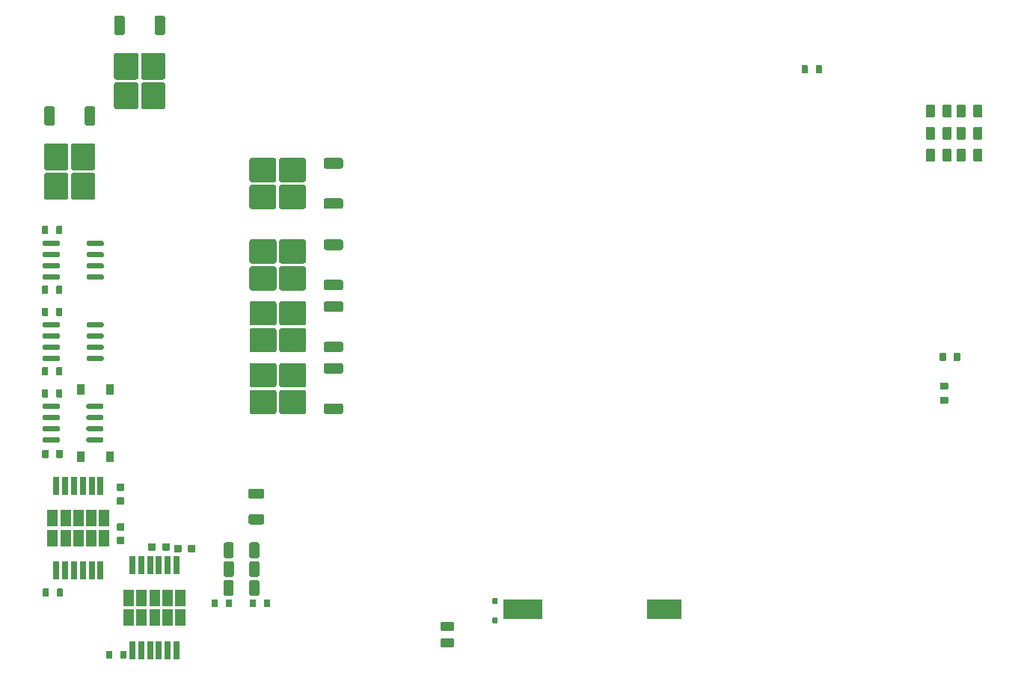
<source format=gbp>
G04 #@! TF.GenerationSoftware,KiCad,Pcbnew,8.0.8-8.0.8-0~ubuntu24.04.1*
G04 #@! TF.CreationDate,2025-02-12T07:14:44+00:00*
G04 #@! TF.ProjectId,MST01,4d535430-312e-46b6-9963-61645f706362,D*
G04 #@! TF.SameCoordinates,PX440a368PY8a86a58*
G04 #@! TF.FileFunction,Paste,Bot*
G04 #@! TF.FilePolarity,Positive*
%FSLAX46Y46*%
G04 Gerber Fmt 4.6, Leading zero omitted, Abs format (unit mm)*
G04 Created by KiCad (PCBNEW 8.0.8-8.0.8-0~ubuntu24.04.1) date 2025-02-12 07:14:44*
%MOMM*%
%LPD*%
G01*
G04 APERTURE LIST*
%ADD10R,4.399991X2.299995*%
%ADD11R,3.999992X2.299995*%
%ADD12R,1.160000X1.950000*%
%ADD13R,0.650000X2.000000*%
%ADD14O,0.000001X0.000001*%
G04 APERTURE END LIST*
G04 #@! TO.C,R40*
G36*
G01*
X103895022Y64270000D02*
X103895022Y63020000D01*
G75*
G02*
X103795022Y62920000I-100000J0D01*
G01*
X102995022Y62920000D01*
G75*
G02*
X102895022Y63020000I0J100000D01*
G01*
X102895022Y64270000D01*
G75*
G02*
X102995022Y64370000I100000J0D01*
G01*
X103795022Y64370000D01*
G75*
G02*
X103895022Y64270000I0J-100000D01*
G01*
G37*
G36*
G01*
X101995000Y64270000D02*
X101995000Y63020000D01*
G75*
G02*
X101895000Y62920000I-100000J0D01*
G01*
X101095000Y62920000D01*
G75*
G02*
X100995000Y63020000I0J100000D01*
G01*
X100995000Y64270000D01*
G75*
G02*
X101095000Y64370000I100000J0D01*
G01*
X101895000Y64370000D01*
G75*
G02*
X101995000Y64270000I0J-100000D01*
G01*
G37*
G04 #@! TD*
G04 #@! TO.C,R39*
G36*
G01*
X103895022Y61770000D02*
X103895022Y60520000D01*
G75*
G02*
X103795022Y60420000I-100000J0D01*
G01*
X102995022Y60420000D01*
G75*
G02*
X102895022Y60520000I0J100000D01*
G01*
X102895022Y61770000D01*
G75*
G02*
X102995022Y61870000I100000J0D01*
G01*
X103795022Y61870000D01*
G75*
G02*
X103895022Y61770000I0J-100000D01*
G01*
G37*
G36*
G01*
X101995000Y61770000D02*
X101995000Y60520000D01*
G75*
G02*
X101895000Y60420000I-100000J0D01*
G01*
X101095000Y60420000D01*
G75*
G02*
X100995000Y60520000I0J100000D01*
G01*
X100995000Y61770000D01*
G75*
G02*
X101095000Y61870000I100000J0D01*
G01*
X101895000Y61870000D01*
G75*
G02*
X101995000Y61770000I0J-100000D01*
G01*
G37*
G04 #@! TD*
G04 #@! TO.C,C26*
G36*
G01*
X15879999Y13745000D02*
X15879999Y14425000D01*
G75*
G02*
X15964999Y14510000I85000J0D01*
G01*
X16644999Y14510000D01*
G75*
G02*
X16729999Y14425000I0J-85000D01*
G01*
X16729999Y13745000D01*
G75*
G02*
X16644999Y13660000I-85000J0D01*
G01*
X15964999Y13660000D01*
G75*
G02*
X15879999Y13745000I0J85000D01*
G01*
G37*
G36*
G01*
X17460001Y13745000D02*
X17460001Y14425000D01*
G75*
G02*
X17545001Y14510000I85000J0D01*
G01*
X18225001Y14510000D01*
G75*
G02*
X18310001Y14425000I0J-85000D01*
G01*
X18310001Y13745000D01*
G75*
G02*
X18225001Y13660000I-85000J0D01*
G01*
X17545001Y13660000D01*
G75*
G02*
X17460001Y13745000I0J85000D01*
G01*
G37*
G04 #@! TD*
G04 #@! TO.C,D4*
G36*
G01*
X4860000Y24005000D02*
X4860000Y25025000D01*
G75*
G02*
X4950000Y25115000I90000J0D01*
G01*
X5670000Y25115000D01*
G75*
G02*
X5760000Y25025000I0J-90000D01*
G01*
X5760000Y24005000D01*
G75*
G02*
X5670000Y23915000I-90000J0D01*
G01*
X4950000Y23915000D01*
G75*
G02*
X4860000Y24005000I0J90000D01*
G01*
G37*
G36*
G01*
X8160000Y24005000D02*
X8160000Y25025000D01*
G75*
G02*
X8250000Y25115000I90000J0D01*
G01*
X8970000Y25115000D01*
G75*
G02*
X9060000Y25025000I0J-90000D01*
G01*
X9060000Y24005000D01*
G75*
G02*
X8970000Y23915000I-90000J0D01*
G01*
X8250000Y23915000D01*
G75*
G02*
X8160000Y24005000I0J90000D01*
G01*
G37*
G04 #@! TD*
D10*
G04 #@! TO.C,BT1*
X55355048Y7245000D03*
D11*
X71355067Y7245000D03*
G04 #@! TD*
G04 #@! TO.C,F3*
G36*
G01*
X25300010Y8745000D02*
X24610010Y8745000D01*
G75*
G02*
X24380010Y8975000I0J230000D01*
G01*
X24380010Y10315000D01*
G75*
G02*
X24610010Y10545000I230000J0D01*
G01*
X25300010Y10545000D01*
G75*
G02*
X25530010Y10315000I0J-230000D01*
G01*
X25530010Y8975000D01*
G75*
G02*
X25300010Y8745000I-230000J0D01*
G01*
G37*
G36*
G01*
X22399990Y8745000D02*
X21709990Y8745000D01*
G75*
G02*
X21479990Y8975000I0J230000D01*
G01*
X21479990Y10315000D01*
G75*
G02*
X21709990Y10545000I230000J0D01*
G01*
X22399990Y10545000D01*
G75*
G02*
X22629990Y10315000I0J-230000D01*
G01*
X22629990Y8975000D01*
G75*
G02*
X22399990Y8745000I-230000J0D01*
G01*
G37*
G04 #@! TD*
G04 #@! TO.C,Q8*
G36*
G01*
X1437500Y64205000D02*
X2137500Y64205000D01*
G75*
G02*
X2387500Y63955000I0J-250000D01*
G01*
X2387500Y62255000D01*
G75*
G02*
X2137500Y62005000I-250000J0D01*
G01*
X1437500Y62005000D01*
G75*
G02*
X1187500Y62255000I0J250000D01*
G01*
X1187500Y63955000D01*
G75*
G02*
X1437500Y64205000I250000J0D01*
G01*
G37*
G36*
G01*
X4467500Y60005000D02*
X6717500Y60005000D01*
G75*
G02*
X6967500Y59755000I0J-250000D01*
G01*
X6967500Y57205000D01*
G75*
G02*
X6717500Y56955000I-250000J0D01*
G01*
X4467500Y56955000D01*
G75*
G02*
X4217500Y57205000I0J250000D01*
G01*
X4217500Y59755000D01*
G75*
G02*
X4467500Y60005000I250000J0D01*
G01*
G37*
G36*
G01*
X1417500Y60005000D02*
X3667500Y60005000D01*
G75*
G02*
X3917500Y59755000I0J-250000D01*
G01*
X3917500Y57205000D01*
G75*
G02*
X3667500Y56955000I-250000J0D01*
G01*
X1417500Y56955000D01*
G75*
G02*
X1167500Y57205000I0J250000D01*
G01*
X1167500Y59755000D01*
G75*
G02*
X1417500Y60005000I250000J0D01*
G01*
G37*
G36*
G01*
X4467500Y56655000D02*
X6717500Y56655000D01*
G75*
G02*
X6967500Y56405000I0J-250000D01*
G01*
X6967500Y53855000D01*
G75*
G02*
X6717500Y53605000I-250000J0D01*
G01*
X4467500Y53605000D01*
G75*
G02*
X4217500Y53855000I0J250000D01*
G01*
X4217500Y56405000D01*
G75*
G02*
X4467500Y56655000I250000J0D01*
G01*
G37*
G36*
G01*
X1417500Y56655000D02*
X3667500Y56655000D01*
G75*
G02*
X3917500Y56405000I0J-250000D01*
G01*
X3917500Y53855000D01*
G75*
G02*
X3667500Y53605000I-250000J0D01*
G01*
X1417500Y53605000D01*
G75*
G02*
X1167500Y53855000I0J250000D01*
G01*
X1167500Y56405000D01*
G75*
G02*
X1417500Y56655000I250000J0D01*
G01*
G37*
G36*
G01*
X5997500Y64205000D02*
X6697500Y64205000D01*
G75*
G02*
X6947500Y63955000I0J-250000D01*
G01*
X6947500Y62255000D01*
G75*
G02*
X6697500Y62005000I-250000J0D01*
G01*
X5997500Y62005000D01*
G75*
G02*
X5747500Y62255000I0J250000D01*
G01*
X5747500Y63955000D01*
G75*
G02*
X5997500Y64205000I250000J0D01*
G01*
G37*
G04 #@! TD*
G04 #@! TO.C,Q12*
G36*
G01*
X35020000Y34855000D02*
X35020000Y34155000D01*
G75*
G02*
X34770000Y33905000I-250000J0D01*
G01*
X33070000Y33905000D01*
G75*
G02*
X32820000Y34155000I0J250000D01*
G01*
X32820000Y34855000D01*
G75*
G02*
X33070000Y35105000I250000J0D01*
G01*
X34770000Y35105000D01*
G75*
G02*
X35020000Y34855000I0J-250000D01*
G01*
G37*
G36*
G01*
X30820000Y31825000D02*
X30820000Y29575000D01*
G75*
G02*
X30570000Y29325000I-250000J0D01*
G01*
X28020000Y29325000D01*
G75*
G02*
X27770000Y29575000I0J250000D01*
G01*
X27770000Y31825000D01*
G75*
G02*
X28020000Y32075000I250000J0D01*
G01*
X30570000Y32075000D01*
G75*
G02*
X30820000Y31825000I0J-250000D01*
G01*
G37*
G36*
G01*
X30820000Y34875000D02*
X30820000Y32625000D01*
G75*
G02*
X30570000Y32375000I-250000J0D01*
G01*
X28020000Y32375000D01*
G75*
G02*
X27770000Y32625000I0J250000D01*
G01*
X27770000Y34875000D01*
G75*
G02*
X28020000Y35125000I250000J0D01*
G01*
X30570000Y35125000D01*
G75*
G02*
X30820000Y34875000I0J-250000D01*
G01*
G37*
G36*
G01*
X27470000Y31825000D02*
X27470000Y29575000D01*
G75*
G02*
X27220000Y29325000I-250000J0D01*
G01*
X24670000Y29325000D01*
G75*
G02*
X24420000Y29575000I0J250000D01*
G01*
X24420000Y31825000D01*
G75*
G02*
X24670000Y32075000I250000J0D01*
G01*
X27220000Y32075000D01*
G75*
G02*
X27470000Y31825000I0J-250000D01*
G01*
G37*
G36*
G01*
X27470000Y34875000D02*
X27470000Y32625000D01*
G75*
G02*
X27220000Y32375000I-250000J0D01*
G01*
X24670000Y32375000D01*
G75*
G02*
X24420000Y32625000I0J250000D01*
G01*
X24420000Y34875000D01*
G75*
G02*
X24670000Y35125000I250000J0D01*
G01*
X27220000Y35125000D01*
G75*
G02*
X27470000Y34875000I0J-250000D01*
G01*
G37*
G36*
G01*
X35020000Y30295000D02*
X35020000Y29595000D01*
G75*
G02*
X34770000Y29345000I-250000J0D01*
G01*
X33070000Y29345000D01*
G75*
G02*
X32820000Y29595000I0J250000D01*
G01*
X32820000Y30295000D01*
G75*
G02*
X33070000Y30545000I250000J0D01*
G01*
X34770000Y30545000D01*
G75*
G02*
X35020000Y30295000I0J-250000D01*
G01*
G37*
G04 #@! TD*
G04 #@! TO.C,R34*
G36*
G01*
X935000Y49785000D02*
X935000Y50565000D01*
G75*
G02*
X1005000Y50635000I70000J0D01*
G01*
X1565000Y50635000D01*
G75*
G02*
X1635000Y50565000I0J-70000D01*
G01*
X1635000Y49785000D01*
G75*
G02*
X1565000Y49715000I-70000J0D01*
G01*
X1005000Y49715000D01*
G75*
G02*
X935000Y49785000I0J70000D01*
G01*
G37*
G36*
G01*
X2535000Y49785000D02*
X2535000Y50565000D01*
G75*
G02*
X2605000Y50635000I70000J0D01*
G01*
X3165000Y50635000D01*
G75*
G02*
X3235000Y50565000I0J-70000D01*
G01*
X3235000Y49785000D01*
G75*
G02*
X3165000Y49715000I-70000J0D01*
G01*
X2605000Y49715000D01*
G75*
G02*
X2535000Y49785000I0J70000D01*
G01*
G37*
G04 #@! TD*
G04 #@! TO.C,R1*
G36*
G01*
X102545000Y35405000D02*
X102545000Y36185000D01*
G75*
G02*
X102615000Y36255000I70000J0D01*
G01*
X103175000Y36255000D01*
G75*
G02*
X103245000Y36185000I0J-70000D01*
G01*
X103245000Y35405000D01*
G75*
G02*
X103175000Y35335000I-70000J0D01*
G01*
X102615000Y35335000D01*
G75*
G02*
X102545000Y35405000I0J70000D01*
G01*
G37*
G36*
G01*
X104145000Y35405000D02*
X104145000Y36185000D01*
G75*
G02*
X104215000Y36255000I70000J0D01*
G01*
X104775000Y36255000D01*
G75*
G02*
X104845000Y36185000I0J-70000D01*
G01*
X104845000Y35405000D01*
G75*
G02*
X104775000Y35335000I-70000J0D01*
G01*
X104215000Y35335000D01*
G75*
G02*
X104145000Y35405000I0J70000D01*
G01*
G37*
G04 #@! TD*
G04 #@! TO.C,F4*
G36*
G01*
X25310010Y10875000D02*
X24620010Y10875000D01*
G75*
G02*
X24390010Y11105000I0J230000D01*
G01*
X24390010Y12445000D01*
G75*
G02*
X24620010Y12675000I230000J0D01*
G01*
X25310010Y12675000D01*
G75*
G02*
X25540010Y12445000I0J-230000D01*
G01*
X25540010Y11105000D01*
G75*
G02*
X25310010Y10875000I-230000J0D01*
G01*
G37*
G36*
G01*
X22409990Y10875000D02*
X21719990Y10875000D01*
G75*
G02*
X21489990Y11105000I0J230000D01*
G01*
X21489990Y12445000D01*
G75*
G02*
X21719990Y12675000I230000J0D01*
G01*
X22409990Y12675000D01*
G75*
G02*
X22639990Y12445000I0J-230000D01*
G01*
X22639990Y11105000D01*
G75*
G02*
X22409990Y10875000I-230000J0D01*
G01*
G37*
G04 #@! TD*
G04 #@! TO.C,Q10*
G36*
G01*
X35010000Y48865000D02*
X35010000Y48165000D01*
G75*
G02*
X34760000Y47915000I-250000J0D01*
G01*
X33060000Y47915000D01*
G75*
G02*
X32810000Y48165000I0J250000D01*
G01*
X32810000Y48865000D01*
G75*
G02*
X33060000Y49115000I250000J0D01*
G01*
X34760000Y49115000D01*
G75*
G02*
X35010000Y48865000I0J-250000D01*
G01*
G37*
G36*
G01*
X30810000Y45835000D02*
X30810000Y43585000D01*
G75*
G02*
X30560000Y43335000I-250000J0D01*
G01*
X28010000Y43335000D01*
G75*
G02*
X27760000Y43585000I0J250000D01*
G01*
X27760000Y45835000D01*
G75*
G02*
X28010000Y46085000I250000J0D01*
G01*
X30560000Y46085000D01*
G75*
G02*
X30810000Y45835000I0J-250000D01*
G01*
G37*
G36*
G01*
X30810000Y48885000D02*
X30810000Y46635000D01*
G75*
G02*
X30560000Y46385000I-250000J0D01*
G01*
X28010000Y46385000D01*
G75*
G02*
X27760000Y46635000I0J250000D01*
G01*
X27760000Y48885000D01*
G75*
G02*
X28010000Y49135000I250000J0D01*
G01*
X30560000Y49135000D01*
G75*
G02*
X30810000Y48885000I0J-250000D01*
G01*
G37*
G36*
G01*
X27460000Y45835000D02*
X27460000Y43585000D01*
G75*
G02*
X27210000Y43335000I-250000J0D01*
G01*
X24660000Y43335000D01*
G75*
G02*
X24410000Y43585000I0J250000D01*
G01*
X24410000Y45835000D01*
G75*
G02*
X24660000Y46085000I250000J0D01*
G01*
X27210000Y46085000D01*
G75*
G02*
X27460000Y45835000I0J-250000D01*
G01*
G37*
G36*
G01*
X27460000Y48885000D02*
X27460000Y46635000D01*
G75*
G02*
X27210000Y46385000I-250000J0D01*
G01*
X24660000Y46385000D01*
G75*
G02*
X24410000Y46635000I0J250000D01*
G01*
X24410000Y48885000D01*
G75*
G02*
X24660000Y49135000I250000J0D01*
G01*
X27210000Y49135000D01*
G75*
G02*
X27460000Y48885000I0J-250000D01*
G01*
G37*
G36*
G01*
X35010000Y44305000D02*
X35010000Y43605000D01*
G75*
G02*
X34760000Y43355000I-250000J0D01*
G01*
X33060000Y43355000D01*
G75*
G02*
X32810000Y43605000I0J250000D01*
G01*
X32810000Y44305000D01*
G75*
G02*
X33060000Y44555000I250000J0D01*
G01*
X34760000Y44555000D01*
G75*
G02*
X35010000Y44305000I0J-250000D01*
G01*
G37*
G04 #@! TD*
G04 #@! TO.C,R4*
G36*
G01*
X47430000Y2904999D02*
X46180000Y2904999D01*
G75*
G02*
X46080000Y3004999I0J100000D01*
G01*
X46080000Y3804999D01*
G75*
G02*
X46180000Y3904999I100000J0D01*
G01*
X47430000Y3904999D01*
G75*
G02*
X47530000Y3804999I0J-100000D01*
G01*
X47530000Y3004999D01*
G75*
G02*
X47430000Y2904999I-100000J0D01*
G01*
G37*
G36*
G01*
X47430000Y4805021D02*
X46180000Y4805021D01*
G75*
G02*
X46080000Y4905021I0J100000D01*
G01*
X46080000Y5705021D01*
G75*
G02*
X46180000Y5805021I100000J0D01*
G01*
X47430000Y5805021D01*
G75*
G02*
X47530000Y5705021I0J-100000D01*
G01*
X47530000Y4905021D01*
G75*
G02*
X47430000Y4805021I-100000J0D01*
G01*
G37*
G04 #@! TD*
G04 #@! TO.C,U11*
G36*
G01*
X1005000Y44700000D02*
X1005000Y45000000D01*
G75*
G02*
X1155000Y45150000I150000J0D01*
G01*
X2805000Y45150000D01*
G75*
G02*
X2955000Y45000000I0J-150000D01*
G01*
X2955000Y44700000D01*
G75*
G02*
X2805000Y44550000I-150000J0D01*
G01*
X1155000Y44550000D01*
G75*
G02*
X1005000Y44700000I0J150000D01*
G01*
G37*
G36*
G01*
X1005000Y45970000D02*
X1005000Y46270000D01*
G75*
G02*
X1155000Y46420000I150000J0D01*
G01*
X2805000Y46420000D01*
G75*
G02*
X2955000Y46270000I0J-150000D01*
G01*
X2955000Y45970000D01*
G75*
G02*
X2805000Y45820000I-150000J0D01*
G01*
X1155000Y45820000D01*
G75*
G02*
X1005000Y45970000I0J150000D01*
G01*
G37*
G36*
G01*
X1005000Y47240000D02*
X1005000Y47540000D01*
G75*
G02*
X1155000Y47690000I150000J0D01*
G01*
X2805000Y47690000D01*
G75*
G02*
X2955000Y47540000I0J-150000D01*
G01*
X2955000Y47240000D01*
G75*
G02*
X2805000Y47090000I-150000J0D01*
G01*
X1155000Y47090000D01*
G75*
G02*
X1005000Y47240000I0J150000D01*
G01*
G37*
G36*
G01*
X1005000Y48510000D02*
X1005000Y48810000D01*
G75*
G02*
X1155000Y48960000I150000J0D01*
G01*
X2805000Y48960000D01*
G75*
G02*
X2955000Y48810000I0J-150000D01*
G01*
X2955000Y48510000D01*
G75*
G02*
X2805000Y48360000I-150000J0D01*
G01*
X1155000Y48360000D01*
G75*
G02*
X1005000Y48510000I0J150000D01*
G01*
G37*
G36*
G01*
X5955000Y48510000D02*
X5955000Y48810000D01*
G75*
G02*
X6105000Y48960000I150000J0D01*
G01*
X7755000Y48960000D01*
G75*
G02*
X7905000Y48810000I0J-150000D01*
G01*
X7905000Y48510000D01*
G75*
G02*
X7755000Y48360000I-150000J0D01*
G01*
X6105000Y48360000D01*
G75*
G02*
X5955000Y48510000I0J150000D01*
G01*
G37*
G36*
G01*
X5955000Y47240000D02*
X5955000Y47540000D01*
G75*
G02*
X6105000Y47690000I150000J0D01*
G01*
X7755000Y47690000D01*
G75*
G02*
X7905000Y47540000I0J-150000D01*
G01*
X7905000Y47240000D01*
G75*
G02*
X7755000Y47090000I-150000J0D01*
G01*
X6105000Y47090000D01*
G75*
G02*
X5955000Y47240000I0J150000D01*
G01*
G37*
G36*
G01*
X5955000Y45970000D02*
X5955000Y46270000D01*
G75*
G02*
X6105000Y46420000I150000J0D01*
G01*
X7755000Y46420000D01*
G75*
G02*
X7905000Y46270000I0J-150000D01*
G01*
X7905000Y45970000D01*
G75*
G02*
X7755000Y45820000I-150000J0D01*
G01*
X6105000Y45820000D01*
G75*
G02*
X5955000Y45970000I0J150000D01*
G01*
G37*
G36*
G01*
X5955000Y44700000D02*
X5955000Y45000000D01*
G75*
G02*
X6105000Y45150000I150000J0D01*
G01*
X7755000Y45150000D01*
G75*
G02*
X7905000Y45000000I0J-150000D01*
G01*
X7905000Y44700000D01*
G75*
G02*
X7755000Y44550000I-150000J0D01*
G01*
X6105000Y44550000D01*
G75*
G02*
X5955000Y44700000I0J150000D01*
G01*
G37*
G04 #@! TD*
G04 #@! TO.C,R37*
G36*
G01*
X107345022Y64270000D02*
X107345022Y63020000D01*
G75*
G02*
X107245022Y62920000I-100000J0D01*
G01*
X106445022Y62920000D01*
G75*
G02*
X106345022Y63020000I0J100000D01*
G01*
X106345022Y64270000D01*
G75*
G02*
X106445022Y64370000I100000J0D01*
G01*
X107245022Y64370000D01*
G75*
G02*
X107345022Y64270000I0J-100000D01*
G01*
G37*
G36*
G01*
X105445000Y64270000D02*
X105445000Y63020000D01*
G75*
G02*
X105345000Y62920000I-100000J0D01*
G01*
X104545000Y62920000D01*
G75*
G02*
X104445000Y63020000I0J100000D01*
G01*
X104445000Y64270000D01*
G75*
G02*
X104545000Y64370000I100000J0D01*
G01*
X105345000Y64370000D01*
G75*
G02*
X105445000Y64270000I0J-100000D01*
G01*
G37*
G04 #@! TD*
G04 #@! TO.C,R9*
G36*
G01*
X3295000Y9505000D02*
X3295000Y8725000D01*
G75*
G02*
X3225000Y8655000I-70000J0D01*
G01*
X2665000Y8655000D01*
G75*
G02*
X2595000Y8725000I0J70000D01*
G01*
X2595000Y9505000D01*
G75*
G02*
X2665000Y9575000I70000J0D01*
G01*
X3225000Y9575000D01*
G75*
G02*
X3295000Y9505000I0J-70000D01*
G01*
G37*
G36*
G01*
X1695000Y9505000D02*
X1695000Y8725000D01*
G75*
G02*
X1625000Y8655000I-70000J0D01*
G01*
X1065000Y8655000D01*
G75*
G02*
X995000Y8725000I0J70000D01*
G01*
X995000Y9505000D01*
G75*
G02*
X1065000Y9575000I70000J0D01*
G01*
X1625000Y9575000D01*
G75*
G02*
X1695000Y9505000I0J-70000D01*
G01*
G37*
G04 #@! TD*
G04 #@! TO.C,C13*
G36*
G01*
X9505000Y17000001D02*
X10185000Y17000001D01*
G75*
G02*
X10270000Y16915001I0J-85000D01*
G01*
X10270000Y16235001D01*
G75*
G02*
X10185000Y16150001I-85000J0D01*
G01*
X9505000Y16150001D01*
G75*
G02*
X9420000Y16235001I0J85000D01*
G01*
X9420000Y16915001D01*
G75*
G02*
X9505000Y17000001I85000J0D01*
G01*
G37*
G36*
G01*
X9505000Y15419999D02*
X10185000Y15419999D01*
G75*
G02*
X10270000Y15334999I0J-85000D01*
G01*
X10270000Y14654999D01*
G75*
G02*
X10185000Y14569999I-85000J0D01*
G01*
X9505000Y14569999D01*
G75*
G02*
X9420000Y14654999I0J85000D01*
G01*
X9420000Y15334999D01*
G75*
G02*
X9505000Y15419999I85000J0D01*
G01*
G37*
G04 #@! TD*
D12*
G04 #@! TO.C,U2*
X16585000Y8530000D03*
X15125000Y8530000D03*
X13665000Y8530000D03*
X12205000Y8530000D03*
X10745000Y8530000D03*
X16585000Y6280000D03*
X15125000Y6280000D03*
X13665000Y6280000D03*
X12205000Y6280000D03*
X10745000Y6280000D03*
D13*
X11165000Y12205000D03*
X12165000Y12205000D03*
X13165000Y12205000D03*
X14165000Y12205000D03*
X15165000Y12205000D03*
X16165000Y12205000D03*
X16165000Y2605000D03*
X15165000Y2605000D03*
X14165000Y2605000D03*
X13165000Y2605000D03*
X12165000Y2605000D03*
X11165000Y2605000D03*
G04 #@! TD*
G04 #@! TO.C,D1*
G36*
G01*
X51915000Y7925000D02*
X51915000Y8405000D01*
G75*
G02*
X51975000Y8465000I60000J0D01*
G01*
X52455000Y8465000D01*
G75*
G02*
X52515000Y8405000I0J-60000D01*
G01*
X52515000Y7925000D01*
G75*
G02*
X52455000Y7865000I-60000J0D01*
G01*
X51975000Y7865000D01*
G75*
G02*
X51915000Y7925000I0J60000D01*
G01*
G37*
G36*
G01*
X51915000Y5725000D02*
X51915000Y6205000D01*
G75*
G02*
X51975000Y6265000I60000J0D01*
G01*
X52455000Y6265000D01*
G75*
G02*
X52515000Y6205000I0J-60000D01*
G01*
X52515000Y5725000D01*
G75*
G02*
X52455000Y5665000I-60000J0D01*
G01*
X51975000Y5665000D01*
G75*
G02*
X51915000Y5725000I0J60000D01*
G01*
G37*
G04 #@! TD*
D12*
G04 #@! TO.C,U1*
X7975000Y17545000D03*
X6515000Y17545000D03*
X5055000Y17545000D03*
X3595000Y17545000D03*
X2135000Y17545000D03*
X7975000Y15295000D03*
X6515000Y15295000D03*
X5055000Y15295000D03*
X3595000Y15295000D03*
X2135000Y15295000D03*
D13*
X2555000Y21220000D03*
X3555000Y21220000D03*
X4555000Y21220000D03*
X5555000Y21220000D03*
X6555000Y21220000D03*
X7555000Y21220000D03*
X7555000Y11620000D03*
X6555000Y11620000D03*
X5555000Y11620000D03*
X4555000Y11620000D03*
X3555000Y11620000D03*
X2555000Y11620000D03*
G04 #@! TD*
G04 #@! TO.C,R33*
G36*
G01*
X935000Y43005000D02*
X935000Y43785000D01*
G75*
G02*
X1005000Y43855000I70000J0D01*
G01*
X1565000Y43855000D01*
G75*
G02*
X1635000Y43785000I0J-70000D01*
G01*
X1635000Y43005000D01*
G75*
G02*
X1565000Y42935000I-70000J0D01*
G01*
X1005000Y42935000D01*
G75*
G02*
X935000Y43005000I0J70000D01*
G01*
G37*
G36*
G01*
X2535000Y43005000D02*
X2535000Y43785000D01*
G75*
G02*
X2605000Y43855000I70000J0D01*
G01*
X3165000Y43855000D01*
G75*
G02*
X3235000Y43785000I0J-70000D01*
G01*
X3235000Y43005000D01*
G75*
G02*
X3165000Y42935000I-70000J0D01*
G01*
X2605000Y42935000D01*
G75*
G02*
X2535000Y43005000I0J70000D01*
G01*
G37*
G04 #@! TD*
G04 #@! TO.C,F1*
G36*
G01*
X24285000Y17069990D02*
X24285000Y17759990D01*
G75*
G02*
X24515000Y17989990I230000J0D01*
G01*
X25855000Y17989990D01*
G75*
G02*
X26085000Y17759990I0J-230000D01*
G01*
X26085000Y17069990D01*
G75*
G02*
X25855000Y16839990I-230000J0D01*
G01*
X24515000Y16839990D01*
G75*
G02*
X24285000Y17069990I0J230000D01*
G01*
G37*
G36*
G01*
X24285000Y19970010D02*
X24285000Y20660010D01*
G75*
G02*
X24515000Y20890010I230000J0D01*
G01*
X25855000Y20890010D01*
G75*
G02*
X26085000Y20660010I0J-230000D01*
G01*
X26085000Y19970010D01*
G75*
G02*
X25855000Y19740010I-230000J0D01*
G01*
X24515000Y19740010D01*
G75*
G02*
X24285000Y19970010I0J230000D01*
G01*
G37*
G04 #@! TD*
D14*
G04 #@! TO.C,M7*
X93629998Y69982503D03*
G04 #@! TD*
G04 #@! TO.C,R14*
G36*
G01*
X10495000Y2455000D02*
X10495000Y1675000D01*
G75*
G02*
X10425000Y1605000I-70000J0D01*
G01*
X9865000Y1605000D01*
G75*
G02*
X9795000Y1675000I0J70000D01*
G01*
X9795000Y2455000D01*
G75*
G02*
X9865000Y2525000I70000J0D01*
G01*
X10425000Y2525000D01*
G75*
G02*
X10495000Y2455000I0J-70000D01*
G01*
G37*
G36*
G01*
X8895000Y2455000D02*
X8895000Y1675000D01*
G75*
G02*
X8825000Y1605000I-70000J0D01*
G01*
X8265000Y1605000D01*
G75*
G02*
X8195000Y1675000I0J70000D01*
G01*
X8195000Y2455000D01*
G75*
G02*
X8265000Y2525000I70000J0D01*
G01*
X8825000Y2525000D01*
G75*
G02*
X8895000Y2455000I0J-70000D01*
G01*
G37*
G04 #@! TD*
G04 #@! TO.C,C12*
G36*
G01*
X9465000Y21485001D02*
X10145000Y21485001D01*
G75*
G02*
X10230000Y21400001I0J-85000D01*
G01*
X10230000Y20720001D01*
G75*
G02*
X10145000Y20635001I-85000J0D01*
G01*
X9465000Y20635001D01*
G75*
G02*
X9380000Y20720001I0J85000D01*
G01*
X9380000Y21400001D01*
G75*
G02*
X9465000Y21485001I85000J0D01*
G01*
G37*
G36*
G01*
X9465000Y19904999D02*
X10145000Y19904999D01*
G75*
G02*
X10230000Y19819999I0J-85000D01*
G01*
X10230000Y19139999D01*
G75*
G02*
X10145000Y19054999I-85000J0D01*
G01*
X9465000Y19054999D01*
G75*
G02*
X9380000Y19139999I0J85000D01*
G01*
X9380000Y19819999D01*
G75*
G02*
X9465000Y19904999I85000J0D01*
G01*
G37*
G04 #@! TD*
G04 #@! TO.C,U9*
G36*
G01*
X1005000Y35480000D02*
X1005000Y35780000D01*
G75*
G02*
X1155000Y35930000I150000J0D01*
G01*
X2805000Y35930000D01*
G75*
G02*
X2955000Y35780000I0J-150000D01*
G01*
X2955000Y35480000D01*
G75*
G02*
X2805000Y35330000I-150000J0D01*
G01*
X1155000Y35330000D01*
G75*
G02*
X1005000Y35480000I0J150000D01*
G01*
G37*
G36*
G01*
X1005000Y36750000D02*
X1005000Y37050000D01*
G75*
G02*
X1155000Y37200000I150000J0D01*
G01*
X2805000Y37200000D01*
G75*
G02*
X2955000Y37050000I0J-150000D01*
G01*
X2955000Y36750000D01*
G75*
G02*
X2805000Y36600000I-150000J0D01*
G01*
X1155000Y36600000D01*
G75*
G02*
X1005000Y36750000I0J150000D01*
G01*
G37*
G36*
G01*
X1005000Y38020000D02*
X1005000Y38320000D01*
G75*
G02*
X1155000Y38470000I150000J0D01*
G01*
X2805000Y38470000D01*
G75*
G02*
X2955000Y38320000I0J-150000D01*
G01*
X2955000Y38020000D01*
G75*
G02*
X2805000Y37870000I-150000J0D01*
G01*
X1155000Y37870000D01*
G75*
G02*
X1005000Y38020000I0J150000D01*
G01*
G37*
G36*
G01*
X1005000Y39290000D02*
X1005000Y39590000D01*
G75*
G02*
X1155000Y39740000I150000J0D01*
G01*
X2805000Y39740000D01*
G75*
G02*
X2955000Y39590000I0J-150000D01*
G01*
X2955000Y39290000D01*
G75*
G02*
X2805000Y39140000I-150000J0D01*
G01*
X1155000Y39140000D01*
G75*
G02*
X1005000Y39290000I0J150000D01*
G01*
G37*
G36*
G01*
X5955000Y39290000D02*
X5955000Y39590000D01*
G75*
G02*
X6105000Y39740000I150000J0D01*
G01*
X7755000Y39740000D01*
G75*
G02*
X7905000Y39590000I0J-150000D01*
G01*
X7905000Y39290000D01*
G75*
G02*
X7755000Y39140000I-150000J0D01*
G01*
X6105000Y39140000D01*
G75*
G02*
X5955000Y39290000I0J150000D01*
G01*
G37*
G36*
G01*
X5955000Y38020000D02*
X5955000Y38320000D01*
G75*
G02*
X6105000Y38470000I150000J0D01*
G01*
X7755000Y38470000D01*
G75*
G02*
X7905000Y38320000I0J-150000D01*
G01*
X7905000Y38020000D01*
G75*
G02*
X7755000Y37870000I-150000J0D01*
G01*
X6105000Y37870000D01*
G75*
G02*
X5955000Y38020000I0J150000D01*
G01*
G37*
G36*
G01*
X5955000Y36750000D02*
X5955000Y37050000D01*
G75*
G02*
X6105000Y37200000I150000J0D01*
G01*
X7755000Y37200000D01*
G75*
G02*
X7905000Y37050000I0J-150000D01*
G01*
X7905000Y36750000D01*
G75*
G02*
X7755000Y36600000I-150000J0D01*
G01*
X6105000Y36600000D01*
G75*
G02*
X5955000Y36750000I0J150000D01*
G01*
G37*
G36*
G01*
X5955000Y35480000D02*
X5955000Y35780000D01*
G75*
G02*
X6105000Y35930000I150000J0D01*
G01*
X7755000Y35930000D01*
G75*
G02*
X7905000Y35780000I0J-150000D01*
G01*
X7905000Y35480000D01*
G75*
G02*
X7755000Y35330000I-150000J0D01*
G01*
X6105000Y35330000D01*
G75*
G02*
X5955000Y35480000I0J150000D01*
G01*
G37*
G04 #@! TD*
G04 #@! TO.C,R30*
G36*
G01*
X935000Y40525000D02*
X935000Y41305000D01*
G75*
G02*
X1005000Y41375000I70000J0D01*
G01*
X1565000Y41375000D01*
G75*
G02*
X1635000Y41305000I0J-70000D01*
G01*
X1635000Y40525000D01*
G75*
G02*
X1565000Y40455000I-70000J0D01*
G01*
X1005000Y40455000D01*
G75*
G02*
X935000Y40525000I0J70000D01*
G01*
G37*
G36*
G01*
X2535000Y40525000D02*
X2535000Y41305000D01*
G75*
G02*
X2605000Y41375000I70000J0D01*
G01*
X3165000Y41375000D01*
G75*
G02*
X3235000Y41305000I0J-70000D01*
G01*
X3235000Y40525000D01*
G75*
G02*
X3165000Y40455000I-70000J0D01*
G01*
X2605000Y40455000D01*
G75*
G02*
X2535000Y40525000I0J70000D01*
G01*
G37*
G04 #@! TD*
G04 #@! TO.C,R3*
G36*
G01*
X20135000Y7525000D02*
X20135000Y8305000D01*
G75*
G02*
X20205000Y8375000I70000J0D01*
G01*
X20765000Y8375000D01*
G75*
G02*
X20835000Y8305000I0J-70000D01*
G01*
X20835000Y7525000D01*
G75*
G02*
X20765000Y7455000I-70000J0D01*
G01*
X20205000Y7455000D01*
G75*
G02*
X20135000Y7525000I0J70000D01*
G01*
G37*
G36*
G01*
X21735000Y7525000D02*
X21735000Y8305000D01*
G75*
G02*
X21805000Y8375000I70000J0D01*
G01*
X22365000Y8375000D01*
G75*
G02*
X22435000Y8305000I0J-70000D01*
G01*
X22435000Y7525000D01*
G75*
G02*
X22365000Y7455000I-70000J0D01*
G01*
X21805000Y7455000D01*
G75*
G02*
X21735000Y7525000I0J70000D01*
G01*
G37*
G04 #@! TD*
G04 #@! TO.C,R35*
G36*
G01*
X107345022Y59270000D02*
X107345022Y58020000D01*
G75*
G02*
X107245022Y57920000I-100000J0D01*
G01*
X106445022Y57920000D01*
G75*
G02*
X106345022Y58020000I0J100000D01*
G01*
X106345022Y59270000D01*
G75*
G02*
X106445022Y59370000I100000J0D01*
G01*
X107245022Y59370000D01*
G75*
G02*
X107345022Y59270000I0J-100000D01*
G01*
G37*
G36*
G01*
X105445000Y59270000D02*
X105445000Y58020000D01*
G75*
G02*
X105345000Y57920000I-100000J0D01*
G01*
X104545000Y57920000D01*
G75*
G02*
X104445000Y58020000I0J100000D01*
G01*
X104445000Y59270000D01*
G75*
G02*
X104545000Y59370000I100000J0D01*
G01*
X105345000Y59370000D01*
G75*
G02*
X105445000Y59270000I0J-100000D01*
G01*
G37*
G04 #@! TD*
G04 #@! TO.C,R13*
G36*
G01*
X935000Y31305000D02*
X935000Y32085000D01*
G75*
G02*
X1005000Y32155000I70000J0D01*
G01*
X1565000Y32155000D01*
G75*
G02*
X1635000Y32085000I0J-70000D01*
G01*
X1635000Y31305000D01*
G75*
G02*
X1565000Y31235000I-70000J0D01*
G01*
X1005000Y31235000D01*
G75*
G02*
X935000Y31305000I0J70000D01*
G01*
G37*
G36*
G01*
X2535000Y31305000D02*
X2535000Y32085000D01*
G75*
G02*
X2605000Y32155000I70000J0D01*
G01*
X3165000Y32155000D01*
G75*
G02*
X3235000Y32085000I0J-70000D01*
G01*
X3235000Y31305000D01*
G75*
G02*
X3165000Y31235000I-70000J0D01*
G01*
X2605000Y31235000D01*
G75*
G02*
X2535000Y31305000I0J70000D01*
G01*
G37*
G04 #@! TD*
G04 #@! TO.C,F2*
G36*
G01*
X21709990Y14815000D02*
X22399990Y14815000D01*
G75*
G02*
X22629990Y14585000I0J-230000D01*
G01*
X22629990Y13245000D01*
G75*
G02*
X22399990Y13015000I-230000J0D01*
G01*
X21709990Y13015000D01*
G75*
G02*
X21479990Y13245000I0J230000D01*
G01*
X21479990Y14585000D01*
G75*
G02*
X21709990Y14815000I230000J0D01*
G01*
G37*
G36*
G01*
X24610010Y14815000D02*
X25300010Y14815000D01*
G75*
G02*
X25530010Y14585000I0J-230000D01*
G01*
X25530010Y13245000D01*
G75*
G02*
X25300010Y13015000I-230000J0D01*
G01*
X24610010Y13015000D01*
G75*
G02*
X24380010Y13245000I0J230000D01*
G01*
X24380010Y14585000D01*
G75*
G02*
X24610010Y14815000I230000J0D01*
G01*
G37*
G04 #@! TD*
G04 #@! TO.C,C25*
G36*
G01*
X12949999Y13939993D02*
X12949999Y14619993D01*
G75*
G02*
X13034999Y14704993I85000J0D01*
G01*
X13714999Y14704993D01*
G75*
G02*
X13799999Y14619993I0J-85000D01*
G01*
X13799999Y13939993D01*
G75*
G02*
X13714999Y13854993I-85000J0D01*
G01*
X13034999Y13854993D01*
G75*
G02*
X12949999Y13939993I0J85000D01*
G01*
G37*
G36*
G01*
X14530001Y13939993D02*
X14530001Y14619993D01*
G75*
G02*
X14615001Y14704993I85000J0D01*
G01*
X15295001Y14704993D01*
G75*
G02*
X15380001Y14619993I0J-85000D01*
G01*
X15380001Y13939993D01*
G75*
G02*
X15295001Y13854993I-85000J0D01*
G01*
X14615001Y13854993D01*
G75*
G02*
X14530001Y13939993I0J85000D01*
G01*
G37*
G04 #@! TD*
G04 #@! TO.C,R38*
G36*
G01*
X103895022Y59270000D02*
X103895022Y58020000D01*
G75*
G02*
X103795022Y57920000I-100000J0D01*
G01*
X102995022Y57920000D01*
G75*
G02*
X102895022Y58020000I0J100000D01*
G01*
X102895022Y59270000D01*
G75*
G02*
X102995022Y59370000I100000J0D01*
G01*
X103795022Y59370000D01*
G75*
G02*
X103895022Y59270000I0J-100000D01*
G01*
G37*
G36*
G01*
X101995000Y59270000D02*
X101995000Y58020000D01*
G75*
G02*
X101895000Y57920000I-100000J0D01*
G01*
X101095000Y57920000D01*
G75*
G02*
X100995000Y58020000I0J100000D01*
G01*
X100995000Y59270000D01*
G75*
G02*
X101095000Y59370000I100000J0D01*
G01*
X101895000Y59370000D01*
G75*
G02*
X101995000Y59270000I0J-100000D01*
G01*
G37*
G04 #@! TD*
G04 #@! TO.C,R36*
G36*
G01*
X107345022Y61770000D02*
X107345022Y60520000D01*
G75*
G02*
X107245022Y60420000I-100000J0D01*
G01*
X106445022Y60420000D01*
G75*
G02*
X106345022Y60520000I0J100000D01*
G01*
X106345022Y61770000D01*
G75*
G02*
X106445022Y61870000I100000J0D01*
G01*
X107245022Y61870000D01*
G75*
G02*
X107345022Y61770000I0J-100000D01*
G01*
G37*
G36*
G01*
X105445000Y61770000D02*
X105445000Y60520000D01*
G75*
G02*
X105345000Y60420000I-100000J0D01*
G01*
X104545000Y60420000D01*
G75*
G02*
X104445000Y60520000I0J100000D01*
G01*
X104445000Y61770000D01*
G75*
G02*
X104545000Y61870000I100000J0D01*
G01*
X105345000Y61870000D01*
G75*
G02*
X105445000Y61770000I0J-100000D01*
G01*
G37*
G04 #@! TD*
G04 #@! TO.C,Q9*
G36*
G01*
X34995000Y58085000D02*
X34995000Y57385000D01*
G75*
G02*
X34745000Y57135000I-250000J0D01*
G01*
X33045000Y57135000D01*
G75*
G02*
X32795000Y57385000I0J250000D01*
G01*
X32795000Y58085000D01*
G75*
G02*
X33045000Y58335000I250000J0D01*
G01*
X34745000Y58335000D01*
G75*
G02*
X34995000Y58085000I0J-250000D01*
G01*
G37*
G36*
G01*
X30795000Y55055000D02*
X30795000Y52805000D01*
G75*
G02*
X30545000Y52555000I-250000J0D01*
G01*
X27995000Y52555000D01*
G75*
G02*
X27745000Y52805000I0J250000D01*
G01*
X27745000Y55055000D01*
G75*
G02*
X27995000Y55305000I250000J0D01*
G01*
X30545000Y55305000D01*
G75*
G02*
X30795000Y55055000I0J-250000D01*
G01*
G37*
G36*
G01*
X30795000Y58105000D02*
X30795000Y55855000D01*
G75*
G02*
X30545000Y55605000I-250000J0D01*
G01*
X27995000Y55605000D01*
G75*
G02*
X27745000Y55855000I0J250000D01*
G01*
X27745000Y58105000D01*
G75*
G02*
X27995000Y58355000I250000J0D01*
G01*
X30545000Y58355000D01*
G75*
G02*
X30795000Y58105000I0J-250000D01*
G01*
G37*
G36*
G01*
X27445000Y55055000D02*
X27445000Y52805000D01*
G75*
G02*
X27195000Y52555000I-250000J0D01*
G01*
X24645000Y52555000D01*
G75*
G02*
X24395000Y52805000I0J250000D01*
G01*
X24395000Y55055000D01*
G75*
G02*
X24645000Y55305000I250000J0D01*
G01*
X27195000Y55305000D01*
G75*
G02*
X27445000Y55055000I0J-250000D01*
G01*
G37*
G36*
G01*
X27445000Y58105000D02*
X27445000Y55855000D01*
G75*
G02*
X27195000Y55605000I-250000J0D01*
G01*
X24645000Y55605000D01*
G75*
G02*
X24395000Y55855000I0J250000D01*
G01*
X24395000Y58105000D01*
G75*
G02*
X24645000Y58355000I250000J0D01*
G01*
X27195000Y58355000D01*
G75*
G02*
X27445000Y58105000I0J-250000D01*
G01*
G37*
G36*
G01*
X34995000Y53525000D02*
X34995000Y52825000D01*
G75*
G02*
X34745000Y52575000I-250000J0D01*
G01*
X33045000Y52575000D01*
G75*
G02*
X32795000Y52825000I0J250000D01*
G01*
X32795000Y53525000D01*
G75*
G02*
X33045000Y53775000I250000J0D01*
G01*
X34745000Y53775000D01*
G75*
G02*
X34995000Y53525000I0J-250000D01*
G01*
G37*
G04 #@! TD*
G04 #@! TO.C,R29*
G36*
G01*
X935000Y33775000D02*
X935000Y34555000D01*
G75*
G02*
X1005000Y34625000I70000J0D01*
G01*
X1565000Y34625000D01*
G75*
G02*
X1635000Y34555000I0J-70000D01*
G01*
X1635000Y33775000D01*
G75*
G02*
X1565000Y33705000I-70000J0D01*
G01*
X1005000Y33705000D01*
G75*
G02*
X935000Y33775000I0J70000D01*
G01*
G37*
G36*
G01*
X2535000Y33775000D02*
X2535000Y34555000D01*
G75*
G02*
X2605000Y34625000I70000J0D01*
G01*
X3165000Y34625000D01*
G75*
G02*
X3235000Y34555000I0J-70000D01*
G01*
X3235000Y33775000D01*
G75*
G02*
X3165000Y33705000I-70000J0D01*
G01*
X2605000Y33705000D01*
G75*
G02*
X2535000Y33775000I0J70000D01*
G01*
G37*
G04 #@! TD*
G04 #@! TO.C,Q11*
G36*
G01*
X35020000Y41855000D02*
X35020000Y41155000D01*
G75*
G02*
X34770000Y40905000I-250000J0D01*
G01*
X33070000Y40905000D01*
G75*
G02*
X32820000Y41155000I0J250000D01*
G01*
X32820000Y41855000D01*
G75*
G02*
X33070000Y42105000I250000J0D01*
G01*
X34770000Y42105000D01*
G75*
G02*
X35020000Y41855000I0J-250000D01*
G01*
G37*
G36*
G01*
X30820000Y38825000D02*
X30820000Y36575000D01*
G75*
G02*
X30570000Y36325000I-250000J0D01*
G01*
X28020000Y36325000D01*
G75*
G02*
X27770000Y36575000I0J250000D01*
G01*
X27770000Y38825000D01*
G75*
G02*
X28020000Y39075000I250000J0D01*
G01*
X30570000Y39075000D01*
G75*
G02*
X30820000Y38825000I0J-250000D01*
G01*
G37*
G36*
G01*
X30820000Y41875000D02*
X30820000Y39625000D01*
G75*
G02*
X30570000Y39375000I-250000J0D01*
G01*
X28020000Y39375000D01*
G75*
G02*
X27770000Y39625000I0J250000D01*
G01*
X27770000Y41875000D01*
G75*
G02*
X28020000Y42125000I250000J0D01*
G01*
X30570000Y42125000D01*
G75*
G02*
X30820000Y41875000I0J-250000D01*
G01*
G37*
G36*
G01*
X27470000Y38825000D02*
X27470000Y36575000D01*
G75*
G02*
X27220000Y36325000I-250000J0D01*
G01*
X24670000Y36325000D01*
G75*
G02*
X24420000Y36575000I0J250000D01*
G01*
X24420000Y38825000D01*
G75*
G02*
X24670000Y39075000I250000J0D01*
G01*
X27220000Y39075000D01*
G75*
G02*
X27470000Y38825000I0J-250000D01*
G01*
G37*
G36*
G01*
X27470000Y41875000D02*
X27470000Y39625000D01*
G75*
G02*
X27220000Y39375000I-250000J0D01*
G01*
X24670000Y39375000D01*
G75*
G02*
X24420000Y39625000I0J250000D01*
G01*
X24420000Y41875000D01*
G75*
G02*
X24670000Y42125000I250000J0D01*
G01*
X27220000Y42125000D01*
G75*
G02*
X27470000Y41875000I0J-250000D01*
G01*
G37*
G36*
G01*
X35020000Y37295000D02*
X35020000Y36595000D01*
G75*
G02*
X34770000Y36345000I-250000J0D01*
G01*
X33070000Y36345000D01*
G75*
G02*
X32820000Y36595000I0J250000D01*
G01*
X32820000Y37295000D01*
G75*
G02*
X33070000Y37545000I250000J0D01*
G01*
X34770000Y37545000D01*
G75*
G02*
X35020000Y37295000I0J-250000D01*
G01*
G37*
G04 #@! TD*
G04 #@! TO.C,D5*
G36*
G01*
X4855000Y31615000D02*
X4855000Y32635000D01*
G75*
G02*
X4945000Y32725000I90000J0D01*
G01*
X5665000Y32725000D01*
G75*
G02*
X5755000Y32635000I0J-90000D01*
G01*
X5755000Y31615000D01*
G75*
G02*
X5665000Y31525000I-90000J0D01*
G01*
X4945000Y31525000D01*
G75*
G02*
X4855000Y31615000I0J90000D01*
G01*
G37*
G36*
G01*
X8155000Y31615000D02*
X8155000Y32635000D01*
G75*
G02*
X8245000Y32725000I90000J0D01*
G01*
X8965000Y32725000D01*
G75*
G02*
X9055000Y32635000I0J-90000D01*
G01*
X9055000Y31615000D01*
G75*
G02*
X8965000Y31525000I-90000J0D01*
G01*
X8245000Y31525000D01*
G75*
G02*
X8155000Y31615000I0J90000D01*
G01*
G37*
G04 #@! TD*
G04 #@! TO.C,R12*
G36*
G01*
X955000Y24435000D02*
X955000Y25215000D01*
G75*
G02*
X1025000Y25285000I70000J0D01*
G01*
X1585000Y25285000D01*
G75*
G02*
X1655000Y25215000I0J-70000D01*
G01*
X1655000Y24435000D01*
G75*
G02*
X1585000Y24365000I-70000J0D01*
G01*
X1025000Y24365000D01*
G75*
G02*
X955000Y24435000I0J70000D01*
G01*
G37*
G36*
G01*
X2555000Y24435000D02*
X2555000Y25215000D01*
G75*
G02*
X2625000Y25285000I70000J0D01*
G01*
X3185000Y25285000D01*
G75*
G02*
X3255000Y25215000I0J-70000D01*
G01*
X3255000Y24435000D01*
G75*
G02*
X3185000Y24365000I-70000J0D01*
G01*
X2625000Y24365000D01*
G75*
G02*
X2555000Y24435000I0J70000D01*
G01*
G37*
G04 #@! TD*
G04 #@! TO.C,R5*
G36*
G01*
X103425000Y30555000D02*
X102645000Y30555000D01*
G75*
G02*
X102575000Y30625000I0J70000D01*
G01*
X102575000Y31185000D01*
G75*
G02*
X102645000Y31255000I70000J0D01*
G01*
X103425000Y31255000D01*
G75*
G02*
X103495000Y31185000I0J-70000D01*
G01*
X103495000Y30625000D01*
G75*
G02*
X103425000Y30555000I-70000J0D01*
G01*
G37*
G36*
G01*
X103425000Y32155000D02*
X102645000Y32155000D01*
G75*
G02*
X102575000Y32225000I0J70000D01*
G01*
X102575000Y32785000D01*
G75*
G02*
X102645000Y32855000I70000J0D01*
G01*
X103425000Y32855000D01*
G75*
G02*
X103495000Y32785000I0J-70000D01*
G01*
X103495000Y32225000D01*
G75*
G02*
X103425000Y32155000I-70000J0D01*
G01*
G37*
G04 #@! TD*
G04 #@! TO.C,R6*
G36*
G01*
X89225000Y68775000D02*
X89225000Y67995000D01*
G75*
G02*
X89155000Y67925000I-70000J0D01*
G01*
X88595000Y67925000D01*
G75*
G02*
X88525000Y67995000I0J70000D01*
G01*
X88525000Y68775000D01*
G75*
G02*
X88595000Y68845000I70000J0D01*
G01*
X89155000Y68845000D01*
G75*
G02*
X89225000Y68775000I0J-70000D01*
G01*
G37*
G36*
G01*
X87625000Y68775000D02*
X87625000Y67995000D01*
G75*
G02*
X87555000Y67925000I-70000J0D01*
G01*
X86995000Y67925000D01*
G75*
G02*
X86925000Y67995000I0J70000D01*
G01*
X86925000Y68775000D01*
G75*
G02*
X86995000Y68845000I70000J0D01*
G01*
X87555000Y68845000D01*
G75*
G02*
X87625000Y68775000I0J-70000D01*
G01*
G37*
G04 #@! TD*
G04 #@! TO.C,R2*
G36*
G01*
X24455000Y7525000D02*
X24455000Y8305000D01*
G75*
G02*
X24525000Y8375000I70000J0D01*
G01*
X25085000Y8375000D01*
G75*
G02*
X25155000Y8305000I0J-70000D01*
G01*
X25155000Y7525000D01*
G75*
G02*
X25085000Y7455000I-70000J0D01*
G01*
X24525000Y7455000D01*
G75*
G02*
X24455000Y7525000I0J70000D01*
G01*
G37*
G36*
G01*
X26055000Y7525000D02*
X26055000Y8305000D01*
G75*
G02*
X26125000Y8375000I70000J0D01*
G01*
X26685000Y8375000D01*
G75*
G02*
X26755000Y8305000I0J-70000D01*
G01*
X26755000Y7525000D01*
G75*
G02*
X26685000Y7455000I-70000J0D01*
G01*
X26125000Y7455000D01*
G75*
G02*
X26055000Y7525000I0J70000D01*
G01*
G37*
G04 #@! TD*
G04 #@! TO.C,Q7*
G36*
G01*
X9355000Y74465000D02*
X10055000Y74465000D01*
G75*
G02*
X10305000Y74215000I0J-250000D01*
G01*
X10305000Y72515000D01*
G75*
G02*
X10055000Y72265000I-250000J0D01*
G01*
X9355000Y72265000D01*
G75*
G02*
X9105000Y72515000I0J250000D01*
G01*
X9105000Y74215000D01*
G75*
G02*
X9355000Y74465000I250000J0D01*
G01*
G37*
G36*
G01*
X12385000Y70265000D02*
X14635000Y70265000D01*
G75*
G02*
X14885000Y70015000I0J-250000D01*
G01*
X14885000Y67465000D01*
G75*
G02*
X14635000Y67215000I-250000J0D01*
G01*
X12385000Y67215000D01*
G75*
G02*
X12135000Y67465000I0J250000D01*
G01*
X12135000Y70015000D01*
G75*
G02*
X12385000Y70265000I250000J0D01*
G01*
G37*
G36*
G01*
X9335000Y70265000D02*
X11585000Y70265000D01*
G75*
G02*
X11835000Y70015000I0J-250000D01*
G01*
X11835000Y67465000D01*
G75*
G02*
X11585000Y67215000I-250000J0D01*
G01*
X9335000Y67215000D01*
G75*
G02*
X9085000Y67465000I0J250000D01*
G01*
X9085000Y70015000D01*
G75*
G02*
X9335000Y70265000I250000J0D01*
G01*
G37*
G36*
G01*
X12385000Y66915000D02*
X14635000Y66915000D01*
G75*
G02*
X14885000Y66665000I0J-250000D01*
G01*
X14885000Y64115000D01*
G75*
G02*
X14635000Y63865000I-250000J0D01*
G01*
X12385000Y63865000D01*
G75*
G02*
X12135000Y64115000I0J250000D01*
G01*
X12135000Y66665000D01*
G75*
G02*
X12385000Y66915000I250000J0D01*
G01*
G37*
G36*
G01*
X9335000Y66915000D02*
X11585000Y66915000D01*
G75*
G02*
X11835000Y66665000I0J-250000D01*
G01*
X11835000Y64115000D01*
G75*
G02*
X11585000Y63865000I-250000J0D01*
G01*
X9335000Y63865000D01*
G75*
G02*
X9085000Y64115000I0J250000D01*
G01*
X9085000Y66665000D01*
G75*
G02*
X9335000Y66915000I250000J0D01*
G01*
G37*
G36*
G01*
X13915000Y74465000D02*
X14615000Y74465000D01*
G75*
G02*
X14865000Y74215000I0J-250000D01*
G01*
X14865000Y72515000D01*
G75*
G02*
X14615000Y72265000I-250000J0D01*
G01*
X13915000Y72265000D01*
G75*
G02*
X13665000Y72515000I0J250000D01*
G01*
X13665000Y74215000D01*
G75*
G02*
X13915000Y74465000I250000J0D01*
G01*
G37*
G04 #@! TD*
G04 #@! TO.C,U8*
G36*
G01*
X990000Y26265000D02*
X990000Y26565000D01*
G75*
G02*
X1140000Y26715000I150000J0D01*
G01*
X2790000Y26715000D01*
G75*
G02*
X2940000Y26565000I0J-150000D01*
G01*
X2940000Y26265000D01*
G75*
G02*
X2790000Y26115000I-150000J0D01*
G01*
X1140000Y26115000D01*
G75*
G02*
X990000Y26265000I0J150000D01*
G01*
G37*
G36*
G01*
X990000Y27535000D02*
X990000Y27835000D01*
G75*
G02*
X1140000Y27985000I150000J0D01*
G01*
X2790000Y27985000D01*
G75*
G02*
X2940000Y27835000I0J-150000D01*
G01*
X2940000Y27535000D01*
G75*
G02*
X2790000Y27385000I-150000J0D01*
G01*
X1140000Y27385000D01*
G75*
G02*
X990000Y27535000I0J150000D01*
G01*
G37*
G36*
G01*
X990000Y28805000D02*
X990000Y29105000D01*
G75*
G02*
X1140000Y29255000I150000J0D01*
G01*
X2790000Y29255000D01*
G75*
G02*
X2940000Y29105000I0J-150000D01*
G01*
X2940000Y28805000D01*
G75*
G02*
X2790000Y28655000I-150000J0D01*
G01*
X1140000Y28655000D01*
G75*
G02*
X990000Y28805000I0J150000D01*
G01*
G37*
G36*
G01*
X990000Y30075000D02*
X990000Y30375000D01*
G75*
G02*
X1140000Y30525000I150000J0D01*
G01*
X2790000Y30525000D01*
G75*
G02*
X2940000Y30375000I0J-150000D01*
G01*
X2940000Y30075000D01*
G75*
G02*
X2790000Y29925000I-150000J0D01*
G01*
X1140000Y29925000D01*
G75*
G02*
X990000Y30075000I0J150000D01*
G01*
G37*
G36*
G01*
X5940000Y30075000D02*
X5940000Y30375000D01*
G75*
G02*
X6090000Y30525000I150000J0D01*
G01*
X7740000Y30525000D01*
G75*
G02*
X7890000Y30375000I0J-150000D01*
G01*
X7890000Y30075000D01*
G75*
G02*
X7740000Y29925000I-150000J0D01*
G01*
X6090000Y29925000D01*
G75*
G02*
X5940000Y30075000I0J150000D01*
G01*
G37*
G36*
G01*
X5940000Y28805000D02*
X5940000Y29105000D01*
G75*
G02*
X6090000Y29255000I150000J0D01*
G01*
X7740000Y29255000D01*
G75*
G02*
X7890000Y29105000I0J-150000D01*
G01*
X7890000Y28805000D01*
G75*
G02*
X7740000Y28655000I-150000J0D01*
G01*
X6090000Y28655000D01*
G75*
G02*
X5940000Y28805000I0J150000D01*
G01*
G37*
G36*
G01*
X5940000Y27535000D02*
X5940000Y27835000D01*
G75*
G02*
X6090000Y27985000I150000J0D01*
G01*
X7740000Y27985000D01*
G75*
G02*
X7890000Y27835000I0J-150000D01*
G01*
X7890000Y27535000D01*
G75*
G02*
X7740000Y27385000I-150000J0D01*
G01*
X6090000Y27385000D01*
G75*
G02*
X5940000Y27535000I0J150000D01*
G01*
G37*
G36*
G01*
X5940000Y26265000D02*
X5940000Y26565000D01*
G75*
G02*
X6090000Y26715000I150000J0D01*
G01*
X7740000Y26715000D01*
G75*
G02*
X7890000Y26565000I0J-150000D01*
G01*
X7890000Y26265000D01*
G75*
G02*
X7740000Y26115000I-150000J0D01*
G01*
X6090000Y26115000D01*
G75*
G02*
X5940000Y26265000I0J150000D01*
G01*
G37*
G04 #@! TD*
M02*

</source>
